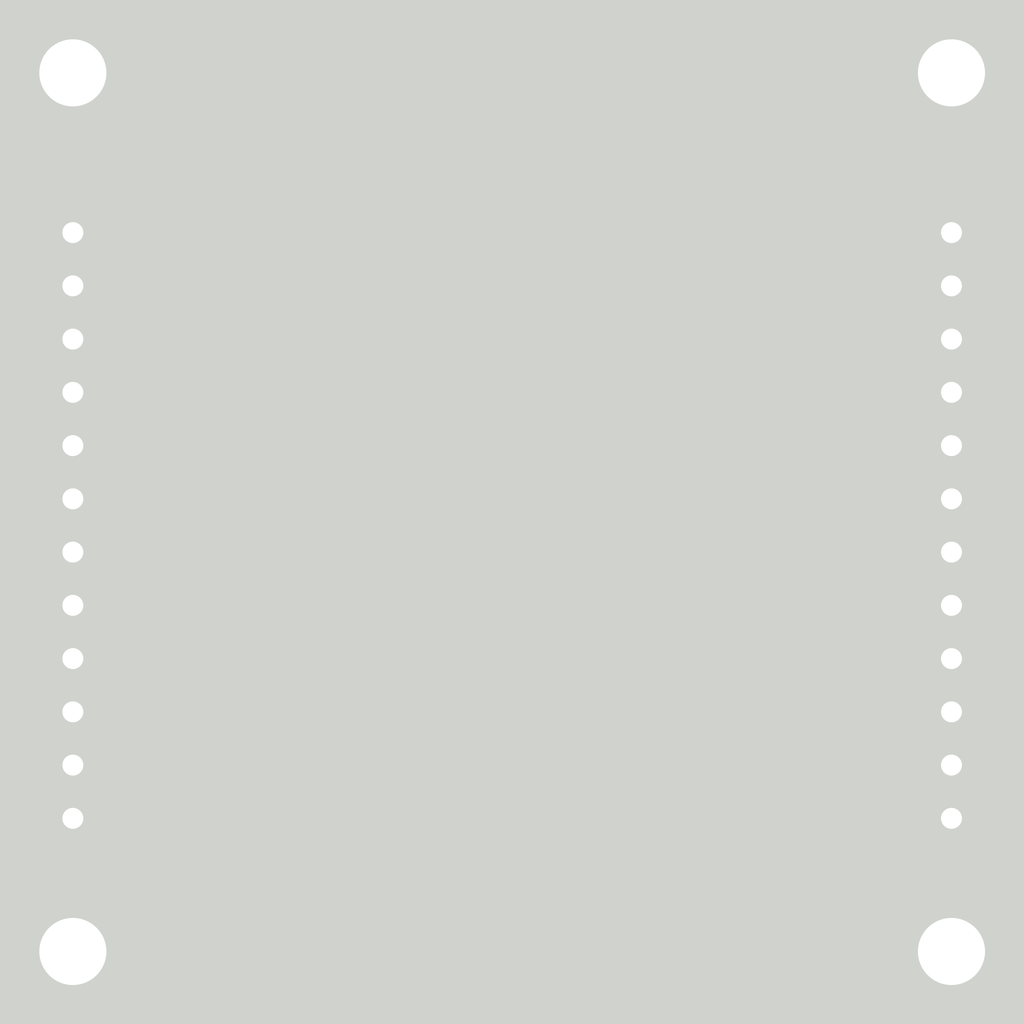
<source format=kicad_pcb>
(kicad_pcb (version 4) (host pcbnew 4.0.7+dfsg1-1~bpo9+1)

  (general
    (links 11)
    (no_connects 0)
    (area 0 0 0 0)
    (thickness 1.6)
    (drawings 1)
    (tracks 17)
    (zones 0)
    (modules 6)
    (nets 12)
  )

  (page A4)
  (layers
    (0 F.Cu signal)
    (31 B.Cu signal)
    (32 B.Adhes user)
    (33 F.Adhes user)
    (34 B.Paste user)
    (35 F.Paste user)
    (36 B.SilkS user)
    (37 F.SilkS user)
    (38 B.Mask user)
    (39 F.Mask user)
    (40 Dwgs.User user)
    (41 Cmts.User user)
    (42 Eco1.User user)
    (43 Eco2.User user)
    (44 Edge.Cuts user hide)
    (45 Margin user)
    (46 B.CrtYd user)
    (47 F.CrtYd user)
    (48 B.Fab user)
    (49 F.Fab user)
  )

  (setup
    (last_trace_width 0.25)
    (user_trace_width 0.5)
    (trace_clearance 0.2)
    (zone_clearance 0.508)
    (zone_45_only no)
    (trace_min 0.2)
    (segment_width 0.2)
    (edge_width 0.1)
    (via_size 0.6)
    (via_drill 0.4)
    (via_min_size 0.4)
    (via_min_drill 0.3)
    (uvia_size 0.3)
    (uvia_drill 0.1)
    (uvias_allowed no)
    (uvia_min_size 0.2)
    (uvia_min_drill 0.1)
    (pcb_text_width 0.3)
    (pcb_text_size 1.5 1.5)
    (mod_edge_width 0.15)
    (mod_text_size 1 1)
    (mod_text_width 0.15)
    (pad_size 1.5 1.5)
    (pad_drill 0.6)
    (pad_to_mask_clearance 0)
    (aux_axis_origin 0 0)
    (visible_elements FFFFFF7F)
    (pcbplotparams
      (layerselection 0x00030_80000001)
      (usegerberextensions false)
      (excludeedgelayer true)
      (linewidth 0.100000)
      (plotframeref false)
      (viasonmask false)
      (mode 1)
      (useauxorigin false)
      (hpglpennumber 1)
      (hpglpenspeed 20)
      (hpglpendiameter 15)
      (hpglpenoverlay 2)
      (psnegative false)
      (psa4output false)
      (plotreference true)
      (plotvalue true)
      (plotinvisibletext false)
      (padsonsilk false)
      (subtractmaskfromsilk false)
      (outputformat 1)
      (mirror false)
      (drillshape 1)
      (scaleselection 1)
      (outputdirectory ""))
  )

  (net 0 "")
  (net 1 /VIN)
  (net 2 /VCC)
  (net 3 Earth)
  (net 4 /L0)
  (net 5 /L1)
  (net 6 /L2)
  (net 7 /L3)
  (net 8 /L4)
  (net 9 /L5)
  (net 10 /L6)
  (net 11 /L7)

  (net_class Default "This is the default net class."
    (clearance 0.2)
    (trace_width 0.25)
    (via_dia 0.6)
    (via_drill 0.4)
    (uvia_dia 0.3)
    (uvia_drill 0.1)
    (add_net /L0)
    (add_net /L1)
    (add_net /L2)
    (add_net /L3)
    (add_net /L4)
    (add_net /L5)
    (add_net /L6)
    (add_net /L7)
    (add_net /VCC)
    (add_net /VIN)
    (add_net Earth)
  )

  (module Mounting_Holes:MountingHole_3.2mm_M3 (layer F.Cu) (tedit 5AC2471D) (tstamp 5ACA4CBC)
    (at 128.27 86.36)
    (descr "Mounting Hole 3.2mm, no annular, M3")
    (tags "mounting hole 3.2mm no annular m3")
    (fp_text reference M3 (at 3.175 0) (layer F.Fab)
      (effects (font (size 1 1) (thickness 0.15)))
    )
    (fp_text value "" (at 0 4.2) (layer F.Fab) hide
      (effects (font (size 1 1) (thickness 0.15)))
    )
    (fp_circle (center 0 0) (end 3.2 0) (layer Cmts.User) (width 0.15))
    (fp_circle (center 0 0) (end 3.45 0) (layer F.CrtYd) (width 0.05))
    (pad 1 np_thru_hole circle (at 0 0) (size 3.2 3.2) (drill 3.2) (layers *.Cu *.Mask))
  )

  (module Mounting_Holes:MountingHole_3.2mm_M3 (layer F.Cu) (tedit 5AC24735) (tstamp 5ACA4CC9)
    (at 170.18 86.36)
    (descr "Mounting Hole 3.2mm, no annular, M3")
    (tags "mounting hole 3.2mm no annular m3")
    (fp_text reference M3 (at -3.175 0) (layer F.Fab)
      (effects (font (size 1 1) (thickness 0.15)))
    )
    (fp_text value "" (at 0 4.2) (layer F.Fab) hide
      (effects (font (size 1 1) (thickness 0.15)))
    )
    (fp_circle (center 0 0) (end 3.2 0) (layer Cmts.User) (width 0.15))
    (fp_circle (center 0 0) (end 3.45 0) (layer F.CrtYd) (width 0.05))
    (pad 1 np_thru_hole circle (at 0 0) (size 3.2 3.2) (drill 3.2) (layers *.Cu *.Mask))
  )

  (module Mounting_Holes:MountingHole_3.2mm_M3 (layer F.Cu) (tedit 5AC24739) (tstamp 5ACA4CD6)
    (at 170.18 128.27)
    (descr "Mounting Hole 3.2mm, no annular, M3")
    (tags "mounting hole 3.2mm no annular m3")
    (fp_text reference "" (at 0 -4.2) (layer F.SilkS) hide
      (effects (font (size 1 1) (thickness 0.15)))
    )
    (fp_text value M3 (at -3.175 0) (layer F.Fab)
      (effects (font (size 1 1) (thickness 0.15)))
    )
    (fp_circle (center 0 0) (end 3.2 0) (layer Cmts.User) (width 0.15))
    (fp_circle (center 0 0) (end 3.45 0) (layer F.CrtYd) (width 0.05))
    (pad 1 np_thru_hole circle (at 0 0) (size 3.2 3.2) (drill 3.2) (layers *.Cu *.Mask))
  )

  (module Mounting_Holes:MountingHole_3.2mm_M3 (layer F.Cu) (tedit 5AC24710) (tstamp 5ACA4CE3)
    (at 128.27 128.27)
    (descr "Mounting Hole 3.2mm, no annular, M3")
    (tags "mounting hole 3.2mm no annular m3")
    (fp_text reference "" (at 0 -4.2) (layer F.SilkS) hide
      (effects (font (size 1 1) (thickness 0.15)))
    )
    (fp_text value M3 (at 3.175 0) (layer F.Fab)
      (effects (font (size 1 1) (thickness 0.15)))
    )
    (fp_circle (center 0 0) (end 3.2 0) (layer Cmts.User) (width 0.15))
    (fp_circle (center 0 0) (end 3.45 0) (layer F.CrtYd) (width 0.05))
    (pad 1 np_thru_hole circle (at 0 0) (size 3.2 3.2) (drill 3.2) (layers *.Cu *.Mask))
  )

  (module Pin_Headers:Pin_Header_Straight_1x12_Pitch2.54mm (layer F.Cu) (tedit 59650532) (tstamp 5AC3D654)
    (at 128.27 93.98)
    (descr "Through hole straight pin header, 1x12, 2.54mm pitch, single row")
    (tags "Through hole pin header THT 1x12 2.54mm single row")
    (path /5AC3D559)
    (fp_text reference I1 (at 0 -2.33) (layer F.SilkS)
      (effects (font (size 1 1) (thickness 0.15)))
    )
    (fp_text value Input (at 0 30.27) (layer F.Fab)
      (effects (font (size 1 1) (thickness 0.15)))
    )
    (fp_line (start -0.635 -1.27) (end 1.27 -1.27) (layer F.Fab) (width 0.1))
    (fp_line (start 1.27 -1.27) (end 1.27 29.21) (layer F.Fab) (width 0.1))
    (fp_line (start 1.27 29.21) (end -1.27 29.21) (layer F.Fab) (width 0.1))
    (fp_line (start -1.27 29.21) (end -1.27 -0.635) (layer F.Fab) (width 0.1))
    (fp_line (start -1.27 -0.635) (end -0.635 -1.27) (layer F.Fab) (width 0.1))
    (fp_line (start -1.33 29.27) (end 1.33 29.27) (layer F.SilkS) (width 0.12))
    (fp_line (start -1.33 1.27) (end -1.33 29.27) (layer F.SilkS) (width 0.12))
    (fp_line (start 1.33 1.27) (end 1.33 29.27) (layer F.SilkS) (width 0.12))
    (fp_line (start -1.33 1.27) (end 1.33 1.27) (layer F.SilkS) (width 0.12))
    (fp_line (start -1.33 0) (end -1.33 -1.33) (layer F.SilkS) (width 0.12))
    (fp_line (start -1.33 -1.33) (end 0 -1.33) (layer F.SilkS) (width 0.12))
    (fp_line (start -1.8 -1.8) (end -1.8 29.75) (layer F.CrtYd) (width 0.05))
    (fp_line (start -1.8 29.75) (end 1.8 29.75) (layer F.CrtYd) (width 0.05))
    (fp_line (start 1.8 29.75) (end 1.8 -1.8) (layer F.CrtYd) (width 0.05))
    (fp_line (start 1.8 -1.8) (end -1.8 -1.8) (layer F.CrtYd) (width 0.05))
    (fp_text user %R (at 0 13.97 90) (layer F.Fab)
      (effects (font (size 1 1) (thickness 0.15)))
    )
    (pad 1 thru_hole rect (at 0 0) (size 1.7 1.7) (drill 1) (layers *.Cu *.Mask)
      (net 1 /VIN))
    (pad 2 thru_hole oval (at 0 2.54) (size 1.7 1.7) (drill 1) (layers *.Cu *.Mask)
      (net 2 /VCC))
    (pad 3 thru_hole oval (at 0 5.08) (size 1.7 1.7) (drill 1) (layers *.Cu *.Mask)
      (net 3 Earth))
    (pad 4 thru_hole oval (at 0 7.62) (size 1.7 1.7) (drill 1) (layers *.Cu *.Mask))
    (pad 5 thru_hole oval (at 0 10.16) (size 1.7 1.7) (drill 1) (layers *.Cu *.Mask)
      (net 4 /L0))
    (pad 6 thru_hole oval (at 0 12.7) (size 1.7 1.7) (drill 1) (layers *.Cu *.Mask)
      (net 5 /L1))
    (pad 7 thru_hole oval (at 0 15.24) (size 1.7 1.7) (drill 1) (layers *.Cu *.Mask)
      (net 6 /L2))
    (pad 8 thru_hole oval (at 0 17.78) (size 1.7 1.7) (drill 1) (layers *.Cu *.Mask)
      (net 7 /L3))
    (pad 9 thru_hole oval (at 0 20.32) (size 1.7 1.7) (drill 1) (layers *.Cu *.Mask)
      (net 8 /L4))
    (pad 10 thru_hole oval (at 0 22.86) (size 1.7 1.7) (drill 1) (layers *.Cu *.Mask)
      (net 9 /L5))
    (pad 11 thru_hole oval (at 0 25.4) (size 1.7 1.7) (drill 1) (layers *.Cu *.Mask)
      (net 10 /L6))
    (pad 12 thru_hole oval (at 0 27.94) (size 1.7 1.7) (drill 1) (layers *.Cu *.Mask)
      (net 11 /L7))
    (model ${KISYS3DMOD}/Pin_Headers.3dshapes/Pin_Header_Straight_1x12_Pitch2.54mm.wrl
      (at (xyz 0 0 0))
      (scale (xyz 1 1 1))
      (rotate (xyz 0 0 0))
    )
  )

  (module Socket_Strips:Socket_Strip_Straight_1x12_Pitch2.54mm (layer F.Cu) (tedit 58CD5446) (tstamp 5AC3D673)
    (at 170.18 93.98)
    (descr "Through hole straight socket strip, 1x12, 2.54mm pitch, single row")
    (tags "Through hole socket strip THT 1x12 2.54mm single row")
    (path /5AC3D61D)
    (fp_text reference O1 (at 0 -2.33) (layer F.SilkS)
      (effects (font (size 1 1) (thickness 0.15)))
    )
    (fp_text value Output (at 0 30.27) (layer F.Fab)
      (effects (font (size 1 1) (thickness 0.15)))
    )
    (fp_line (start -1.27 -1.27) (end -1.27 29.21) (layer F.Fab) (width 0.1))
    (fp_line (start -1.27 29.21) (end 1.27 29.21) (layer F.Fab) (width 0.1))
    (fp_line (start 1.27 29.21) (end 1.27 -1.27) (layer F.Fab) (width 0.1))
    (fp_line (start 1.27 -1.27) (end -1.27 -1.27) (layer F.Fab) (width 0.1))
    (fp_line (start -1.33 1.27) (end -1.33 29.27) (layer F.SilkS) (width 0.12))
    (fp_line (start -1.33 29.27) (end 1.33 29.27) (layer F.SilkS) (width 0.12))
    (fp_line (start 1.33 29.27) (end 1.33 1.27) (layer F.SilkS) (width 0.12))
    (fp_line (start 1.33 1.27) (end -1.33 1.27) (layer F.SilkS) (width 0.12))
    (fp_line (start -1.33 0) (end -1.33 -1.33) (layer F.SilkS) (width 0.12))
    (fp_line (start -1.33 -1.33) (end 0 -1.33) (layer F.SilkS) (width 0.12))
    (fp_line (start -1.8 -1.8) (end -1.8 29.75) (layer F.CrtYd) (width 0.05))
    (fp_line (start -1.8 29.75) (end 1.8 29.75) (layer F.CrtYd) (width 0.05))
    (fp_line (start 1.8 29.75) (end 1.8 -1.8) (layer F.CrtYd) (width 0.05))
    (fp_line (start 1.8 -1.8) (end -1.8 -1.8) (layer F.CrtYd) (width 0.05))
    (fp_text user %R (at 0 -2.33) (layer F.Fab)
      (effects (font (size 1 1) (thickness 0.15)))
    )
    (pad 1 thru_hole rect (at 0 0) (size 1.7 1.7) (drill 1) (layers *.Cu *.Mask)
      (net 1 /VIN))
    (pad 2 thru_hole oval (at 0 2.54) (size 1.7 1.7) (drill 1) (layers *.Cu *.Mask)
      (net 2 /VCC))
    (pad 3 thru_hole oval (at 0 5.08) (size 1.7 1.7) (drill 1) (layers *.Cu *.Mask)
      (net 3 Earth))
    (pad 4 thru_hole oval (at 0 7.62) (size 1.7 1.7) (drill 1) (layers *.Cu *.Mask))
    (pad 5 thru_hole oval (at 0 10.16) (size 1.7 1.7) (drill 1) (layers *.Cu *.Mask)
      (net 4 /L0))
    (pad 6 thru_hole oval (at 0 12.7) (size 1.7 1.7) (drill 1) (layers *.Cu *.Mask)
      (net 5 /L1))
    (pad 7 thru_hole oval (at 0 15.24) (size 1.7 1.7) (drill 1) (layers *.Cu *.Mask)
      (net 6 /L2))
    (pad 8 thru_hole oval (at 0 17.78) (size 1.7 1.7) (drill 1) (layers *.Cu *.Mask)
      (net 7 /L3))
    (pad 9 thru_hole oval (at 0 20.32) (size 1.7 1.7) (drill 1) (layers *.Cu *.Mask)
      (net 8 /L4))
    (pad 10 thru_hole oval (at 0 22.86) (size 1.7 1.7) (drill 1) (layers *.Cu *.Mask)
      (net 9 /L5))
    (pad 11 thru_hole oval (at 0 25.4) (size 1.7 1.7) (drill 1) (layers *.Cu *.Mask)
      (net 10 /L6))
    (pad 12 thru_hole oval (at 0 27.94) (size 1.7 1.7) (drill 1) (layers *.Cu *.Mask)
      (net 11 /L7))
    (model ${KISYS3DMOD}/Socket_Strips.3dshapes/Socket_Strip_Straight_1x12_Pitch2.54mm.wrl
      (at (xyz 0 -0.55 0))
      (scale (xyz 1 1 1))
      (rotate (xyz 0 0 270))
    )
  )

  (gr_text "Module Name V1.0\nhttp://nickthecoder.co.uk" (at 133.35 127.635) (layer F.SilkS)
    (effects (font (size 1.5 1.5) (thickness 0.3)) (justify left))
  )

  (segment (start 128.27 93.98) (end 128.905 93.98) (width 0.5) (layer F.Cu) (net 1) (status C00000))
  (segment (start 128.905 93.98) (end 137.795 85.09) (width 0.5) (layer F.Cu) (net 1) (tstamp 5AC3D7C0) (status 400000))
  (segment (start 170.18 93.98) (end 161.29 85.09) (width 0.5) (layer F.Cu) (net 1) (status 400000))
  (segment (start 161.29 85.09) (end 137.795 85.09) (width 0.5) (layer F.Cu) (net 1) (tstamp 5AC3D7BE))
  (segment (start 128.27 96.52) (end 129.54 96.52) (width 0.5) (layer F.Cu) (net 2) (status 400000))
  (segment (start 168.275 96.52) (end 170.18 96.52) (width 0.5) (layer F.Cu) (net 2) (tstamp 5AC3D7B9) (status 800000))
  (segment (start 158.115 86.36) (end 168.275 96.52) (width 0.5) (layer F.Cu) (net 2) (tstamp 5AC3D7B8))
  (segment (start 139.7 86.36) (end 158.115 86.36) (width 0.5) (layer F.Cu) (net 2) (tstamp 5AC3D7B7))
  (segment (start 129.54 96.52) (end 139.7 86.36) (width 0.5) (layer F.Cu) (net 2) (tstamp 5AC3D7B6))
  (segment (start 128.27 104.14) (end 170.18 104.14) (width 0.25) (layer F.Cu) (net 4) (status C00000))
  (segment (start 128.27 106.68) (end 170.18 106.68) (width 0.25) (layer F.Cu) (net 5) (status C00000))
  (segment (start 170.18 109.22) (end 128.27 109.22) (width 0.25) (layer F.Cu) (net 6) (status C00000))
  (segment (start 128.27 111.76) (end 170.18 111.76) (width 0.25) (layer F.Cu) (net 7) (status C00000))
  (segment (start 170.18 114.3) (end 128.27 114.3) (width 0.25) (layer F.Cu) (net 8) (status C00000))
  (segment (start 128.27 116.84) (end 170.18 116.84) (width 0.25) (layer F.Cu) (net 9) (status C00000))
  (segment (start 170.18 119.38) (end 128.27 119.38) (width 0.25) (layer F.Cu) (net 10) (status C00000))
  (segment (start 128.27 121.92) (end 170.18 121.92) (width 0.25) (layer F.Cu) (net 11) (status C00000))

  (zone (net 0) (net_name "") (layer Edge.Cuts) (tstamp 5AC24303) (hatch edge 0.508)
    (connect_pads (clearance 0.508))
    (min_thickness 0.001)
    (fill yes (arc_segments 16) (thermal_gap 0.508) (thermal_bridge_width 0.508))
    (polygon
      (pts
        (xy 173.99 132.08) (xy 124.46 132.08) (xy 124.46 82.55) (xy 173.99 82.55)
      )
    )
    (filled_polygon
      (pts
        (xy 173.9895 132.0795) (xy 124.4605 132.0795) (xy 124.4605 82.5505) (xy 173.9895 82.5505)
      )
    )
  )
  (zone (net 3) (net_name Earth) (layer B.Cu) (tstamp 5AC245F7) (hatch edge 0.508)
    (connect_pads (clearance 0.508))
    (min_thickness 0.254)
    (fill yes (arc_segments 16) (thermal_gap 0.508) (thermal_bridge_width 0.508))
    (polygon
      (pts
        (xy 172.72 130.81) (xy 125.73 130.81) (xy 125.73 83.82) (xy 172.72 83.82)
      )
    )
    (filled_polygon
      (pts
        (xy 172.593 130.683) (xy 125.857 130.683) (xy 125.857 128.712619) (xy 126.034613 128.712619) (xy 126.374155 129.534372)
        (xy 127.002321 130.163636) (xy 127.823481 130.504611) (xy 128.712619 130.505387) (xy 129.534372 130.165845) (xy 130.163636 129.537679)
        (xy 130.504611 128.716519) (xy 130.504614 128.712619) (xy 167.944613 128.712619) (xy 168.284155 129.534372) (xy 168.912321 130.163636)
        (xy 169.733481 130.504611) (xy 170.622619 130.505387) (xy 171.444372 130.165845) (xy 172.073636 129.537679) (xy 172.414611 128.716519)
        (xy 172.415387 127.827381) (xy 172.075845 127.005628) (xy 171.447679 126.376364) (xy 170.626519 126.035389) (xy 169.737381 126.034613)
        (xy 168.915628 126.374155) (xy 168.286364 127.002321) (xy 167.945389 127.823481) (xy 167.944613 128.712619) (xy 130.504614 128.712619)
        (xy 130.505387 127.827381) (xy 130.165845 127.005628) (xy 129.537679 126.376364) (xy 128.716519 126.035389) (xy 127.827381 126.034613)
        (xy 127.005628 126.374155) (xy 126.376364 127.002321) (xy 126.035389 127.823481) (xy 126.034613 128.712619) (xy 125.857 128.712619)
        (xy 125.857 101.6) (xy 126.755907 101.6) (xy 126.868946 102.168285) (xy 127.190853 102.650054) (xy 127.520026 102.87)
        (xy 127.190853 103.089946) (xy 126.868946 103.571715) (xy 126.755907 104.14) (xy 126.868946 104.708285) (xy 127.190853 105.190054)
        (xy 127.520026 105.41) (xy 127.190853 105.629946) (xy 126.868946 106.111715) (xy 126.755907 106.68) (xy 126.868946 107.248285)
        (xy 127.190853 107.730054) (xy 127.520026 107.95) (xy 127.190853 108.169946) (xy 126.868946 108.651715) (xy 126.755907 109.22)
        (xy 126.868946 109.788285) (xy 127.190853 110.270054) (xy 127.520026 110.49) (xy 127.190853 110.709946) (xy 126.868946 111.191715)
        (xy 126.755907 111.76) (xy 126.868946 112.328285) (xy 127.190853 112.810054) (xy 127.520026 113.03) (xy 127.190853 113.249946)
        (xy 126.868946 113.731715) (xy 126.755907 114.3) (xy 126.868946 114.868285) (xy 127.190853 115.350054) (xy 127.520026 115.57)
        (xy 127.190853 115.789946) (xy 126.868946 116.271715) (xy 126.755907 116.84) (xy 126.868946 117.408285) (xy 127.190853 117.890054)
        (xy 127.520026 118.11) (xy 127.190853 118.329946) (xy 126.868946 118.811715) (xy 126.755907 119.38) (xy 126.868946 119.948285)
        (xy 127.190853 120.430054) (xy 127.520026 120.65) (xy 127.190853 120.869946) (xy 126.868946 121.351715) (xy 126.755907 121.92)
        (xy 126.868946 122.488285) (xy 127.190853 122.970054) (xy 127.672622 123.291961) (xy 128.240907 123.405) (xy 128.299093 123.405)
        (xy 128.867378 123.291961) (xy 129.349147 122.970054) (xy 129.671054 122.488285) (xy 129.784093 121.92) (xy 129.671054 121.351715)
        (xy 129.349147 120.869946) (xy 129.019974 120.65) (xy 129.349147 120.430054) (xy 129.671054 119.948285) (xy 129.784093 119.38)
        (xy 129.671054 118.811715) (xy 129.349147 118.329946) (xy 129.019974 118.11) (xy 129.349147 117.890054) (xy 129.671054 117.408285)
        (xy 129.784093 116.84) (xy 129.671054 116.271715) (xy 129.349147 115.789946) (xy 129.019974 115.57) (xy 129.349147 115.350054)
        (xy 129.671054 114.868285) (xy 129.784093 114.3) (xy 129.671054 113.731715) (xy 129.349147 113.249946) (xy 129.019974 113.03)
        (xy 129.349147 112.810054) (xy 129.671054 112.328285) (xy 129.784093 111.76) (xy 129.671054 111.191715) (xy 129.349147 110.709946)
        (xy 129.019974 110.49) (xy 129.349147 110.270054) (xy 129.671054 109.788285) (xy 129.784093 109.22) (xy 129.671054 108.651715)
        (xy 129.349147 108.169946) (xy 129.019974 107.95) (xy 129.349147 107.730054) (xy 129.671054 107.248285) (xy 129.784093 106.68)
        (xy 129.671054 106.111715) (xy 129.349147 105.629946) (xy 129.019974 105.41) (xy 129.349147 105.190054) (xy 129.671054 104.708285)
        (xy 129.784093 104.14) (xy 129.671054 103.571715) (xy 129.349147 103.089946) (xy 129.019974 102.87) (xy 129.349147 102.650054)
        (xy 129.671054 102.168285) (xy 129.784093 101.6) (xy 168.665907 101.6) (xy 168.778946 102.168285) (xy 169.100853 102.650054)
        (xy 169.430026 102.87) (xy 169.100853 103.089946) (xy 168.778946 103.571715) (xy 168.665907 104.14) (xy 168.778946 104.708285)
        (xy 169.100853 105.190054) (xy 169.430026 105.41) (xy 169.100853 105.629946) (xy 168.778946 106.111715) (xy 168.665907 106.68)
        (xy 168.778946 107.248285) (xy 169.100853 107.730054) (xy 169.430026 107.95) (xy 169.100853 108.169946) (xy 168.778946 108.651715)
        (xy 168.665907 109.22) (xy 168.778946 109.788285) (xy 169.100853 110.270054) (xy 169.430026 110.49) (xy 169.100853 110.709946)
        (xy 168.778946 111.191715) (xy 168.665907 111.76) (xy 168.778946 112.328285) (xy 169.100853 112.810054) (xy 169.430026 113.03)
        (xy 169.100853 113.249946) (xy 168.778946 113.731715) (xy 168.665907 114.3) (xy 168.778946 114.868285) (xy 169.100853 115.350054)
        (xy 169.430026 115.57) (xy 169.100853 115.789946) (xy 168.778946 116.271715) (xy 168.665907 116.84) (xy 168.778946 117.408285)
        (xy 169.100853 117.890054) (xy 169.430026 118.11) (xy 169.100853 118.329946) (xy 168.778946 118.811715) (xy 168.665907 119.38)
        (xy 168.778946 119.948285) (xy 169.100853 120.430054) (xy 169.430026 120.65) (xy 169.100853 120.869946) (xy 168.778946 121.351715)
        (xy 168.665907 121.92) (xy 168.778946 122.488285) (xy 169.100853 122.970054) (xy 169.582622 123.291961) (xy 170.150907 123.405)
        (xy 170.209093 123.405) (xy 170.777378 123.291961) (xy 171.259147 122.970054) (xy 171.581054 122.488285) (xy 171.694093 121.92)
        (xy 171.581054 121.351715) (xy 171.259147 120.869946) (xy 170.929974 120.65) (xy 171.259147 120.430054) (xy 171.581054 119.948285)
        (xy 171.694093 119.38) (xy 171.581054 118.811715) (xy 171.259147 118.329946) (xy 170.929974 118.11) (xy 171.259147 117.890054)
        (xy 171.581054 117.408285) (xy 171.694093 116.84) (xy 171.581054 116.271715) (xy 171.259147 115.789946) (xy 170.929974 115.57)
        (xy 171.259147 115.350054) (xy 171.581054 114.868285) (xy 171.694093 114.3) (xy 171.581054 113.731715) (xy 171.259147 113.249946)
        (xy 170.929974 113.03) (xy 171.259147 112.810054) (xy 171.581054 112.328285) (xy 171.694093 111.76) (xy 171.581054 111.191715)
        (xy 171.259147 110.709946) (xy 170.929974 110.49) (xy 171.259147 110.270054) (xy 171.581054 109.788285) (xy 171.694093 109.22)
        (xy 171.581054 108.651715) (xy 171.259147 108.169946) (xy 170.929974 107.95) (xy 171.259147 107.730054) (xy 171.581054 107.248285)
        (xy 171.694093 106.68) (xy 171.581054 106.111715) (xy 171.259147 105.629946) (xy 170.929974 105.41) (xy 171.259147 105.190054)
        (xy 171.581054 104.708285) (xy 171.694093 104.14) (xy 171.581054 103.571715) (xy 171.259147 103.089946) (xy 170.929974 102.87)
        (xy 171.259147 102.650054) (xy 171.581054 102.168285) (xy 171.694093 101.6) (xy 171.581054 101.031715) (xy 171.259147 100.549946)
        (xy 170.918447 100.322298) (xy 171.061358 100.255183) (xy 171.451645 99.826924) (xy 171.621476 99.41689) (xy 171.500155 99.187)
        (xy 170.307 99.187) (xy 170.307 99.207) (xy 170.053 99.207) (xy 170.053 99.187) (xy 168.859845 99.187)
        (xy 168.738524 99.41689) (xy 168.908355 99.826924) (xy 169.298642 100.255183) (xy 169.441553 100.322298) (xy 169.100853 100.549946)
        (xy 168.778946 101.031715) (xy 168.665907 101.6) (xy 129.784093 101.6) (xy 129.671054 101.031715) (xy 129.349147 100.549946)
        (xy 129.008447 100.322298) (xy 129.151358 100.255183) (xy 129.541645 99.826924) (xy 129.711476 99.41689) (xy 129.590155 99.187)
        (xy 128.397 99.187) (xy 128.397 99.207) (xy 128.143 99.207) (xy 128.143 99.187) (xy 126.949845 99.187)
        (xy 126.828524 99.41689) (xy 126.998355 99.826924) (xy 127.388642 100.255183) (xy 127.531553 100.322298) (xy 127.190853 100.549946)
        (xy 126.868946 101.031715) (xy 126.755907 101.6) (xy 125.857 101.6) (xy 125.857 96.52) (xy 126.755907 96.52)
        (xy 126.868946 97.088285) (xy 127.190853 97.570054) (xy 127.531553 97.797702) (xy 127.388642 97.864817) (xy 126.998355 98.293076)
        (xy 126.828524 98.70311) (xy 126.949845 98.933) (xy 128.143 98.933) (xy 128.143 98.913) (xy 128.397 98.913)
        (xy 128.397 98.933) (xy 129.590155 98.933) (xy 129.711476 98.70311) (xy 129.541645 98.293076) (xy 129.151358 97.864817)
        (xy 129.008447 97.797702) (xy 129.349147 97.570054) (xy 129.671054 97.088285) (xy 129.784093 96.52) (xy 168.665907 96.52)
        (xy 168.778946 97.088285) (xy 169.100853 97.570054) (xy 169.441553 97.797702) (xy 169.298642 97.864817) (xy 168.908355 98.293076)
        (xy 168.738524 98.70311) (xy 168.859845 98.933) (xy 170.053 98.933) (xy 170.053 98.913) (xy 170.307 98.913)
        (xy 170.307 98.933) (xy 171.500155 98.933) (xy 171.621476 98.70311) (xy 171.451645 98.293076) (xy 171.061358 97.864817)
        (xy 170.918447 97.797702) (xy 171.259147 97.570054) (xy 171.581054 97.088285) (xy 171.694093 96.52) (xy 171.581054 95.951715)
        (xy 171.259147 95.469946) (xy 171.217548 95.44215) (xy 171.265317 95.433162) (xy 171.481441 95.29409) (xy 171.626431 95.08189)
        (xy 171.67744 94.83) (xy 171.67744 93.13) (xy 171.633162 92.894683) (xy 171.49409 92.678559) (xy 171.28189 92.533569)
        (xy 171.03 92.48256) (xy 169.33 92.48256) (xy 169.094683 92.526838) (xy 168.878559 92.66591) (xy 168.733569 92.87811)
        (xy 168.68256 93.13) (xy 168.68256 94.83) (xy 168.726838 95.065317) (xy 168.86591 95.281441) (xy 169.07811 95.426431)
        (xy 169.145541 95.440086) (xy 169.100853 95.469946) (xy 168.778946 95.951715) (xy 168.665907 96.52) (xy 129.784093 96.52)
        (xy 129.671054 95.951715) (xy 129.349147 95.469946) (xy 129.307548 95.44215) (xy 129.355317 95.433162) (xy 129.571441 95.29409)
        (xy 129.716431 95.08189) (xy 129.76744 94.83) (xy 129.76744 93.13) (xy 129.723162 92.894683) (xy 129.58409 92.678559)
        (xy 129.37189 92.533569) (xy 129.12 92.48256) (xy 127.42 92.48256) (xy 127.184683 92.526838) (xy 126.968559 92.66591)
        (xy 126.823569 92.87811) (xy 126.77256 93.13) (xy 126.77256 94.83) (xy 126.816838 95.065317) (xy 126.95591 95.281441)
        (xy 127.16811 95.426431) (xy 127.235541 95.440086) (xy 127.190853 95.469946) (xy 126.868946 95.951715) (xy 126.755907 96.52)
        (xy 125.857 96.52) (xy 125.857 86.802619) (xy 126.034613 86.802619) (xy 126.374155 87.624372) (xy 127.002321 88.253636)
        (xy 127.823481 88.594611) (xy 128.712619 88.595387) (xy 129.534372 88.255845) (xy 130.163636 87.627679) (xy 130.504611 86.806519)
        (xy 130.504614 86.802619) (xy 167.944613 86.802619) (xy 168.284155 87.624372) (xy 168.912321 88.253636) (xy 169.733481 88.594611)
        (xy 170.622619 88.595387) (xy 171.444372 88.255845) (xy 172.073636 87.627679) (xy 172.414611 86.806519) (xy 172.415387 85.917381)
        (xy 172.075845 85.095628) (xy 171.447679 84.466364) (xy 170.626519 84.125389) (xy 169.737381 84.124613) (xy 168.915628 84.464155)
        (xy 168.286364 85.092321) (xy 167.945389 85.913481) (xy 167.944613 86.802619) (xy 130.504614 86.802619) (xy 130.505387 85.917381)
        (xy 130.165845 85.095628) (xy 129.537679 84.466364) (xy 128.716519 84.125389) (xy 127.827381 84.124613) (xy 127.005628 84.464155)
        (xy 126.376364 85.092321) (xy 126.035389 85.913481) (xy 126.034613 86.802619) (xy 125.857 86.802619) (xy 125.857 83.947)
        (xy 172.593 83.947)
      )
    )
  )
)

</source>
